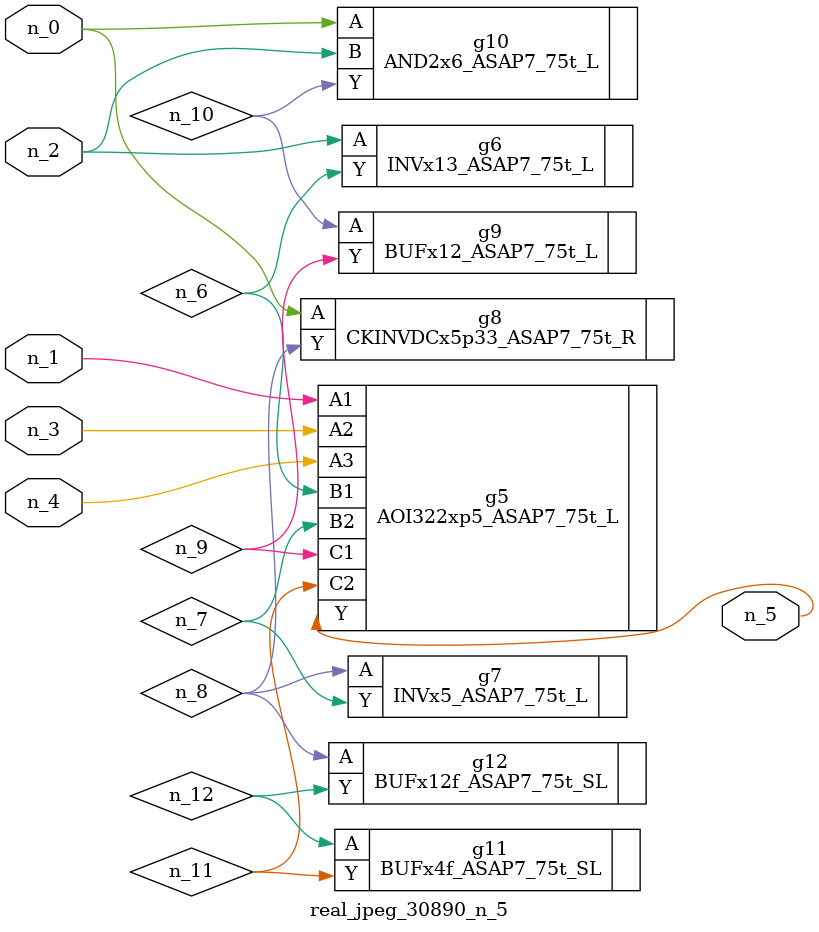
<source format=v>
module real_jpeg_30890_n_5 (n_4, n_0, n_1, n_2, n_3, n_5);

input n_4;
input n_0;
input n_1;
input n_2;
input n_3;

output n_5;

wire n_12;
wire n_8;
wire n_11;
wire n_6;
wire n_7;
wire n_10;
wire n_9;

CKINVDCx5p33_ASAP7_75t_R g8 ( 
.A(n_0),
.Y(n_8)
);

AND2x6_ASAP7_75t_L g10 ( 
.A(n_0),
.B(n_2),
.Y(n_10)
);

AOI322xp5_ASAP7_75t_L g5 ( 
.A1(n_1),
.A2(n_3),
.A3(n_4),
.B1(n_6),
.B2(n_7),
.C1(n_9),
.C2(n_11),
.Y(n_5)
);

INVx13_ASAP7_75t_L g6 ( 
.A(n_2),
.Y(n_6)
);

INVx5_ASAP7_75t_L g7 ( 
.A(n_8),
.Y(n_7)
);

BUFx12f_ASAP7_75t_SL g12 ( 
.A(n_8),
.Y(n_12)
);

BUFx12_ASAP7_75t_L g9 ( 
.A(n_10),
.Y(n_9)
);

BUFx4f_ASAP7_75t_SL g11 ( 
.A(n_12),
.Y(n_11)
);


endmodule
</source>
